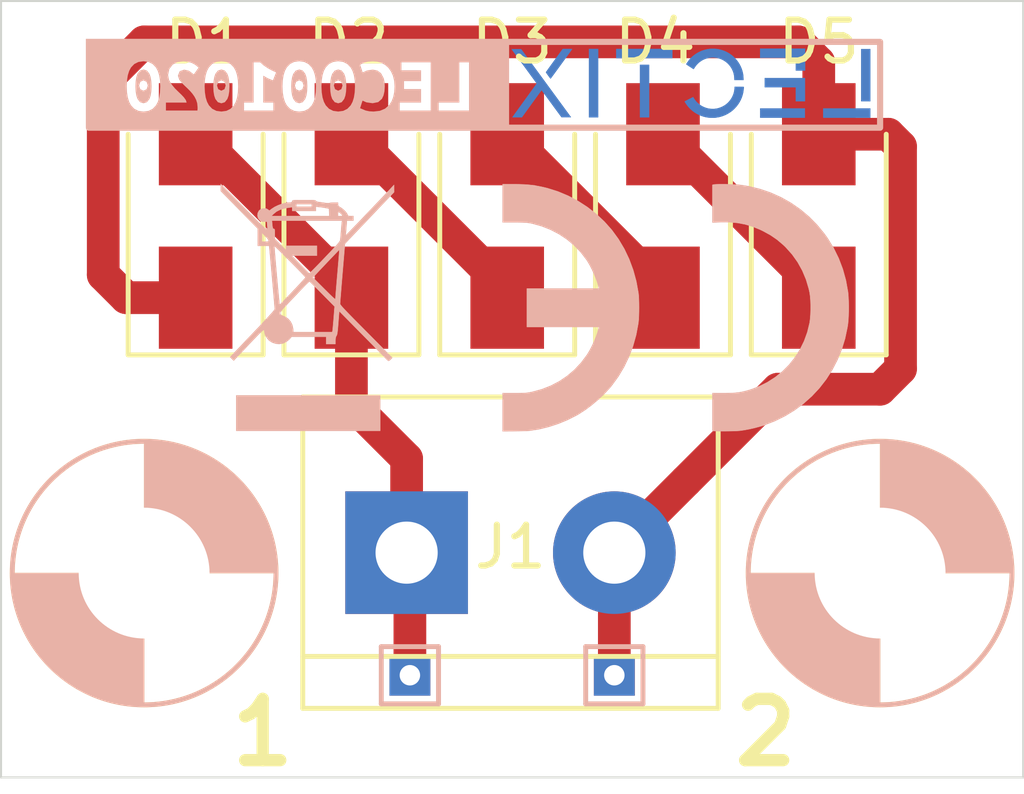
<source format=kicad_pcb>
(kicad_pcb (version 20211014) (generator pcbnew)
  (layers (0 "F.Cu" signal) (31 "B.Cu" signal) (34 "B.Paste" user) (35 "F.Paste" user) (36 "B.SilkS" user "B.Silkscreen") (37 "F.SilkS" user "F.Silkscreen") (38 "B.Mask" user) (39 "F.Mask" user) (44 "Edge.Cuts" user))
  (net 0 "")
  (net 1 "Net-(D1-Pad2)")
  (net 2 "Net-(D1-Pad1)")
  (net 3 "Net-(D2-Pad2)")
  (net 4 "Net-(D4-Pad2)")
  (net 5 "Net-(D3-Pad2)")
  (footprint "Diode_SMD:D_SMA" (layer "F.Cu") (at 142.5 78.26 90)
    (fp_text reference "D5" (at 4.26 0 180) (layer "F.SilkS"))
    (fp_text value "1N4007" hide)
    (pad "1" smd rect locked (at -2 0 90) (size 2.5 1.8) (layers "F.Cu" "F.Paste" "F.Mask") (net 4 "Net-(D4-Pad2)"))
    (pad "2" smd rect locked (at 2 0 90) (size 2.5 1.8) (layers "F.Cu" "F.Paste" "F.Mask") (net 2 "Net-(D1-Pad1)"))
  )
  (footprint "Diode_SMD:D_SMA" (layer "F.Cu") (at 138.69 78.26 90)
    (fp_text reference "D4" (at 4.26 -0.19 180) (layer "F.SilkS"))
    (fp_text value "1N4007" hide)
    (pad "1" smd rect locked (at -2 0 90) (size 2.5 1.8) (layers "F.Cu" "F.Paste" "F.Mask") (net 5 "Net-(D3-Pad2)"))
    (pad "2" smd rect locked (at 2 0 90) (size 2.5 1.8) (layers "F.Cu" "F.Paste" "F.Mask") (net 4 "Net-(D4-Pad2)"))
  )
  (footprint "Diode_SMD:D_SMA" (layer "F.Cu") (at 127.26 78.26 90)
    (fp_text reference "D1" (at 4.26 0.24 180) (layer "F.SilkS"))
    (fp_text value "1N4007" hide)
    (pad "1" smd rect locked (at -2 0 90) (size 2.5 1.8) (layers "F.Cu" "F.Paste" "F.Mask") (net 2 "Net-(D1-Pad1)"))
    (pad "2" smd rect locked (at 2 0 90) (size 2.5 1.8) (layers "F.Cu" "F.Paste" "F.Mask") (net 1 "Net-(D1-Pad2)"))
  )
  (footprint "Diode_SMD:D_SMA" (layer "F.Cu") (at 131.07 78.26 90)
    (fp_text reference "D2" (at 4.26 -0.07 180) (layer "F.SilkS"))
    (fp_text value "1N4007" hide)
    (pad "1" smd rect locked (at -2 0 90) (size 2.5 1.8) (layers "F.Cu" "F.Paste" "F.Mask") (net 1 "Net-(D1-Pad2)"))
    (pad "2" smd rect locked (at 2 0 90) (size 2.5 1.8) (layers "F.Cu" "F.Paste" "F.Mask") (net 3 "Net-(D2-Pad2)"))
  )
  (footprint "Diode_SMD:D_SMA" (layer "F.Cu") (at 134.88 78.26 90)
    (fp_text reference "D3" (at 4.26 0.12 180) (layer "F.SilkS"))
    (fp_text value "1N4007" hide)
    (pad "1" smd rect locked (at -2 0 90) (size 2.5 1.8) (layers "F.Cu" "F.Paste" "F.Mask") (net 3 "Net-(D2-Pad2)"))
    (pad "2" smd rect locked (at 2 0 90) (size 2.5 1.8) (layers "F.Cu" "F.Paste" "F.Mask") (net 5 "Net-(D3-Pad2)"))
  )
  (footprint "0_mechanical:MountingHole_3.2mm_M3" (layer "F.Cu") (at 144 87)
    (fp_text reference "H1" hide)
    (fp_text value "MountingHole" hide)
    (pad "" np_thru_hole circle locked (at 0 0) (size 3.2 3.2) (drill 3.2) (layers *.Cu *.Mask))
  )
  (footprint "0_mechanical:MountingHole_3.2mm_M3" (layer "F.Cu") (at 126 87)
    (fp_text reference "H2" hide)
    (fp_text value "MountingHole" hide)
    (pad "" np_thru_hole circle locked (at 0 0) (size 3.2 3.2) (drill 3.2) (layers *.Cu *.Mask))
  )
  (footprint "0_connectors:TerminalBlock_bornier-2_P5.08mm-blue" (layer "F.Cu") (at 132.42 86.5)
    (fp_text reference "J1" (at 2.54 -0.14) (layer "F.SilkS"))
    (fp_text value "Screw_Terminal_01x02_blue")
    (pad "1" thru_hole rect locked (at 0 0) (size 3 3) (drill 1.52) (layers *.Cu *.Mask) (net 1 "Net-(D1-Pad2)"))
    (pad "2" thru_hole circle locked (at 5.08 0) (size 3 3) (drill 1.52) (layers *.Cu *.Mask) (net 2 "Net-(D1-Pad1)"))
  )
  (footprint "TestPoint:TestPoint_THTPad_1.0x1.0mm_Drill0.5mm" (layer "B.Cu") (at 132.5 89.5)
    (fp_text reference "TP1" hide)
    (fp_text value "TestPoint" hide)
    (pad "1" thru_hole rect locked (at 0 0) (size 1 1) (drill 0.5) (layers *.Cu *.Mask) (net 1 "Net-(D1-Pad2)"))
  )
  (footprint "TestPoint:TestPoint_THTPad_1.0x1.0mm_Drill0.5mm" (layer "B.Cu") (at 137.5 89.5)
    (fp_text reference "TP2" hide)
    (fp_text value "TestPoint" hide)
    (pad "1" thru_hole rect locked (at 0 0) (size 1 1) (drill 0.5) (layers *.Cu *.Mask) (net 2 "Net-(D1-Pad1)"))
  )
  (footprint "Symbol:CE-Logo_8.5x6mm_SilkScreen" (layer "B.Cu") (at 139 80.5 180)
    (fp_text reference "REF**" hide)
    (fp_text value "CE-Logo_8.5x6mm_SilkScreen" hide)
  )
  (footprint "Symbol:WEEE-Logo_4.2x6mm_SilkScreen" (layer "B.Cu") (at 130 80.5 180)
    (fp_text reference "REF**" hide)
    (fp_text value "WEEE-Logo_4.2x6mm_SilkScreen" hide)
  )
  (footprint "0_logos:Logo_10mm" (layer "B.Cu") (at 139.5 75 180)
    (fp_text reference "LOGO1" hide)
    (fp_text value "logo_lectix_25mm" hide)
    (fp_poly (pts (xy -1.56718 -0.85344) (xy -2.65938 -0.85344) (xy -2.65938 -0.62992) (xy -1.56718 -0.62992) (xy -1.56718 -0.85344)) (layer "B.Cu") (width 0.01) (fill solid))
    (fp_poly (pts (xy -1.56718 0.61214) (xy -2.44094 0.61214) (xy -2.44094 0.29972) (xy -2.66446 0.29972) (xy -2.66446 0.83312) (xy -1.56718 0.83312) (xy -1.56718 0.61214)) (layer "B.Cu") (width 0.01) (fill solid))
    (fp_poly (pts (xy 4.376304 0.819908) (xy 4.39485 0.819812) (xy 4.508296 0.81915) (xy 4.202148 0.400817) (xy 4.172064 0.359702) (xy 4.142787 0.319675) (xy 4.114458 0.280931) (xy 4.087217 0.243662) (xy 4.061206 0.20806) (xy 4.036566 0.17432) (xy 4.013436 0.142634) (xy 3.991957 0.113194) (xy 3.972271 0.086194) (xy 3.954518 0.061828) (xy 3.938839 0.040287) (xy 3.925374 0.021764) (xy 3.914265 0.006454) (xy 3.905651 -0.005452) (xy 3.899674 -0.01376) (xy 3.896474 -0.018277) (xy 3.895946 -0.019087) (xy 3.897407 -0.021269) (xy 3.901707 -0.02737) (xy 3.908703 -0.037192) (xy 3.918256 -0.050541) (xy 3.930224 -0.06722) (xy 3.944465 -0.087032) (xy 3.960838 -0.109783) (xy 3.979202 -0.135275) (xy 3.999416 -0.163314) (xy 4.021337 -0.193701) (xy 4.044825 -0.226243) (xy 4.069739 -0.260742) (xy 4.095938 -0.297003) (xy 4.123279 -0.334829) (xy 4.151622 -0.374025) (xy 4.180825 -0.414395) (xy 4.192671 -0.430766) (xy 4.22219 -0.471564) (xy 4.250913 -0.511274) (xy 4.278699 -0.549701) (xy 4.305405 -0.586647) (xy 4.330889 -0.621916) (xy 4.35501 -0.65531) (xy 4.377626 -0.686635) (xy 4.398595 -0.715692) (xy 4.417775 -0.742285) (xy 4.435025 -0.766218) (xy 4.450202 -0.787293) (xy 4.463164 -0.805315) (xy 4.47377 -0.820086) (xy 4.481878 -0.831411) (xy 4.487346 -0.839091) (xy 4.490033 -0.842932) (xy 4.490296 -0.843347) (xy 4.488016 -0.843981) (xy 4.480822 -0.844522) (xy 4.468878 -0.844969) (xy 4.452349 -0.845317) (xy 4.4314 -0.845563) (xy 4.406196 -0.845703) (xy 4.377266 -0.845734) (xy 4.26339 -0.845649) (xy 4.02209 -0.51178) (xy 3.995526 -0.475037) (xy 3.969765 -0.439426) (xy 3.944965 -0.405163) (xy 3.921283 -0.372466) (xy 3.898876 -0.34155) (xy 3.877902 -0.312632) (xy 3.858517 -0.285929) (xy 3.84088 -0.261658) (xy 3.825147 -0.240034) (xy 3.811475 -0.221274) (xy 3.800023 -0.205596) (xy 3.790948 -0.193215) (xy 3.784406 -0.184347) (xy 3.780556 -0.179211) (xy 3.77952 -0.177933) (xy 3.777906 -0.17995) (xy 3.773455 -0.185854) (xy 3.766324 -0.195427) (xy 3.756674 -0.208455) (xy 3.744661 -0.224722) (xy 3.730447 -0.24401) (xy 3.714188 -0.266106) (xy 3.696044 -0.290791) (xy 3.676173 -0.317851) (xy 3.654734 -0.34707) (xy 3.631887 -0.378231) (xy 3.607789 -0.411119) (xy 3.5826 -0.445518) (xy 3.556477 -0.481211) (xy 3.53568 -0.509644) (xy 3.508925 -0.546214) (xy 3.482965 -0.581667) (xy 3.457961 -0.615786) (xy 3.434072 -0.648355) (xy 3.411458 -0.679156) (xy 3.390279 -0.707973) (xy 3.370693 -0.734589) (xy 3.352863 -0.758787) (xy 3.336946 -0.78035) (xy 3.323102 -0.799061) (xy 3.311493 -0.814704) (xy 3.302276 -0.827061) (xy 3.295613 -0.835916) (xy 3.291662 -0.841051) (xy 3.29057 -0.842335) (xy 3.287574 -0.842529) (xy 3.280025 -0.84268) (xy 3.26845 -0.842789) (xy 3.253375 -0.842853) (xy 3.235327 -0.84287) (xy 3.214833 -0.842839) (xy 3.192419 -0.842759) (xy 3.175648 -0.842672) (xy 3.063267 -0.84201) (xy 3.669225 -0.01397) (xy 3.711717 0.044093) (xy 3.753457 0.101122) (xy 3.794343 0.156981) (xy 3.834276 0.211531) (xy 3.873154 0.264637) (xy 3.910878 0.316161) (xy 3.947347 0.365964) (xy 3.982459 0.413911) (xy 4.016115 0.459864) (xy 4.048214 0.503686) (xy 4.078655 0.545239) (xy 4.107338 0.584386) (xy 4.134162 0.620989) (xy 4.159027 0.654913) (xy 4.181832 0.686019) (xy 4.202477 0.714169) (xy 4.22086 0.739228) (xy 4.236882 0.761057) (xy 4.250441 0.779519) (xy 4.261437 0.794478) (xy 4.269771 0.805795) (xy 4.27534 0.813333) (xy 4.278045 0.816956) (xy 4.278294 0.817272) (xy 4.280129 0.818064) (xy 4.284193 0.818708) (xy 4.29086 0.819211) (xy 4.300504 0.819582) (xy 4.313497 0.819829) (xy 4.330212 0.819961) (xy 4.351024 0.819984) (xy 4.376304 0.819908)) (layer "B.Cu") (width 0.01) (fill solid))
    (fp_poly (pts (xy -0.373791 0.828885) (xy -0.352051 0.828102) (xy -0.333524 0.826865) (xy -0.32512 0.825987) (xy -0.263464 0.815889) (xy -0.203518 0.801142) (xy -0.145498 0.78188) (xy -0.08962 0.75824) (xy -0.036099 0.730358) (xy 0.01485 0.698368) (xy 0.063012 0.662408) (xy 0.108171 0.622612) (xy 0.150111 0.579116) (xy 0.188617 0.532056) (xy 0.223475 0.481567) (xy 0.224753 0.479538) (xy 0.23095 0.469396) (xy 0.235873 0.460824) (xy 0.239032 0.454716) (xy 0.239933 0.451966) (xy 0.239927 0.451954) (xy 0.237616 0.450206) (xy 0.231584 0.446064) (xy 0.222376 0.439884) (xy 0.210541 0.432024) (xy 0.196627 0.422841) (xy 0.181181 0.412692) (xy 0.16475 0.401934) (xy 0.147883 0.390925) (xy 0.131127 0.380021) (xy 0.115029 0.369581) (xy 0.100138 0.359961) (xy 0.087 0.351518) (xy 0.076165 0.34461) (xy 0.068178 0.339593) (xy 0.063588 0.336826) (xy 0.062794 0.336416) (xy 0.059968 0.337282) (xy 0.055905 0.341905) (xy 0.050305 0.350661) (xy 0.047184 0.356086) (xy 0.030089 0.383572) (xy 0.009427 0.411998) (xy -0.013771 0.440148) (xy -0.038472 0.466803) (xy -0.063644 0.490746) (xy -0.07552 0.50086) (xy -0.116154 0.530828) (xy -0.159753 0.556873) (xy -0.205804 0.578774) (xy -0.253792 0.59631) (xy -0.303203 0.60926) (xy -0.343548 0.616187) (xy -0.365054 0.618232) (xy -0.389779 0.619278) (xy -0.41624 0.619363) (xy -0.442955 0.61852) (xy -0.468443 0.616786) (xy -0.491221 0.614196) (xy -0.502174 0.612397) (xy -0.552714 0.600392) (xy -0.601225 0.583901) (xy -0.647466 0.563143) (xy -0.691196 0.538334) (xy -0.732174 0.509692) (xy -0.770159 0.477434) (xy -0.80491 0.441777) (xy -0.836186 0.402938) (xy -0.863748 0.361136) (xy -0.887352 0.316587) (xy -0.90676 0.269508) (xy -0.916801 0.238379) (xy -0.927444 0.193948) (xy -0.934072 0.147895) (xy -0.936568 0.109855) (xy -0.937972 0.06858) (xy -1.158969 0.06858) (xy -1.157493 0.113665) (xy -1.153049 0.173235) (xy -1.143761 0.231781) (xy -1.129804 0.289055) (xy -1.111357 0.344808) (xy -1.088595 0.398794) (xy -1.061694 0.450761) (xy -1.030832 0.500463) (xy -0.996184 0.547651) (xy -0.957927 0.592077) (xy -0.916238 0.63349) (xy -0.871292 0.671645) (xy -0.823267 0.706291) (xy -0.772339 0.73718) (xy -0.718684 0.764064) (xy -0.6858 0.777954) (xy -0.632923 0.796535) (xy -0.578211 0.811237) (xy -0.520795 0.822284) (xy -0.50546 0.824566) (xy -0.489281 0.826312) (xy -0.469218 0.827661) (xy -0.446456 0.828601) (xy -0.422175 0.829125) (xy -0.397559 0.829223) (xy -0.373791 0.828885)) (layer "B.Cu") (width 0.01) (fill solid))
    (fp_poly (pts (xy -3.1115 -0.85344) (xy -4.25958 -0.85344) (xy -4.25958 -0.62992) (xy -3.1115 -0.62992) (xy -3.1115 -0.85344)) (layer "B.Cu") (width 0.01) (fill solid))
    (fp_poly (pts (xy 2.61874 -0.84582) (xy 2.39776 -0.84582) (xy 2.39776 0.8255) (xy 2.61874 0.8255) (xy 2.61874 -0.84582)) (layer "B.Cu") (width 0.01) (fill solid))
    (fp_poly (pts (xy -1.68148 -0.10922) (xy -2.44094 -0.10922) (xy -2.44094 -0.45212) (xy -2.66192 -0.45212) (xy -2.66192 0.1143) (xy -1.68148 0.1143) (xy -1.68148 -0.10922)) (layer "B.Cu") (width 0.01) (fill solid))
    (fp_poly (pts (xy 1.95072 0.60452) (xy 0.58166 0.60452) (xy 0.58166 0.8255) (xy 1.95072 0.8255) (xy 1.95072 0.60452)) (layer "B.Cu") (width 0.01) (fill solid))
    (fp_poly (pts (xy 3.260968 0.8255) (xy 3.466269 0.542956) (xy 3.490799 0.509165) (xy 3.514493 0.476463) (xy 3.53718 0.445091) (xy 3.558689 0.415286) (xy 3.578848 0.387289) (xy 3.597487 0.361337) (xy 3.614435 0.337671) (xy 3.62952 0.31653) (xy 3.642571 0.298152) (xy 3.653418 0.282777) (xy 3.661889 0.270644) (xy 3.667814 0.261991) (xy 3.671021 0.257058) (xy 3.67157 0.255979) (xy 3.670129 0.252999) (xy 3.666077 0.246561) (xy 3.659817 0.237221) (xy 3.651755 0.225539) (xy 3.642293 0.212072) (xy 3.631838 0.197378) (xy 3.620793 0.182016) (xy 3.609562 0.166543) (xy 3.598551 0.151517) (xy 3.588162 0.137496) (xy 3.578801 0.125038) (xy 3.570872 0.114702) (xy 3.564779 0.107045) (xy 3.560927 0.102625) (xy 3.55981 0.101753) (xy 3.558071 0.103777) (xy 3.553504 0.109705) (xy 3.546264 0.119329) (xy 3.536502 0.132439) (xy 3.524373 0.148826) (xy 3.510029 0.168281) (xy 3.493625 0.190595) (xy 3.475313 0.215558) (xy 3.455247 0.242963) (xy 3.433579 0.272598) (xy 3.410465 0.304257) (xy 3.386056 0.337728) (xy 3.360506 0.372804) (xy 3.333968 0.409276) (xy 3.306596 0.446933) (xy 3.29819 0.458507) (xy 3.270558 0.496555) (xy 3.243707 0.533532) (xy 3.217789 0.569228) (xy 3.19296 0.603428) (xy 3.169374 0.635919) (xy 3.147186 0.666489) (xy 3.126549 0.694925) (xy 3.107618 0.721015) (xy 3.090548 0.744544) (xy 3.075493 0.765301) (xy 3.062608 0.783073) (xy 3.052047 0.797646) (xy 3.043964 0.808808) (xy 3.038514 0.816346) (xy 3.035851 0.820048) (xy 3.035625 0.82037) (xy 3.034877 0.821583) (xy 3.034715 0.822588) (xy 3.035563 0.823405) (xy 3.037844 0.824053) (xy 3.041981 0.824551) (xy 3.048399 0.824919) (xy 3.057522 0.825177) (xy 3.069772 0.825345) (xy 3.085573 0.825441) (xy 3.105349 0.825486) (xy 3.129525 0.8255) (xy 3.146554 0.825501) (xy 3.260968 0.8255)) (layer "B.Cu") (width 0.01) (fill solid))
    (fp_poly (pts (xy -0.941598 -0.135255) (xy -0.93688 -0.184642) (xy -0.927286 -0.233391) (xy -0.913012 -0.281126) (xy -0.894257 -0.327472) (xy -0.871216 -0.372055) (xy -0.844087 -0.4145) (xy -0.813067 -0.454432) (xy -0.778352 -0.491476) (xy -0.74014 -0.525258) (xy -0.73406 -0.530066) (xy -0.693962 -0.558193) (xy -0.650655 -0.582754) (xy -0.604786 -0.603491) (xy -0.557001 -0.620147) (xy -0.507946 -0.632466) (xy -0.458267 -0.640191) (xy -0.456939 -0.640331) (xy -0.435583 -0.641812) (xy -0.410988 -0.642277) (xy -0.38483 -0.641784) (xy -0.358784 -0.640393) (xy -0.334525 -0.638161) (xy -0.31496 -0.635369) (xy -0.26458 -0.623968) (xy -0.215829 -0.608011) (xy -0.169027 -0.587722) (xy -0.124494 -0.563326) (xy -0.082553 -0.53505) (xy -0.043523 -0.503119) (xy -0.007725 -0.467757) (xy 0.024521 -0.429189) (xy 0.052893 -0.387642) (xy 0.063459 -0.36957) (xy 0.067764 -0.361866) (xy 0.070977 -0.356162) (xy 0.072419 -0.35366) (xy 0.072428 -0.353648) (xy 0.074718 -0.354589) (xy 0.080966 -0.357586) (xy 0.090622 -0.362356) (xy 0.103134 -0.368617) (xy 0.11795 -0.376087) (xy 0.134518 -0.384484) (xy 0.152288 -0.393526) (xy 0.170709 -0.40293) (xy 0.189227 -0.412414) (xy 0.207292 -0.421697) (xy 0.224353 -0.430496) (xy 0.239857 -0.43853) (xy 0.253254 -0.445515) (xy 0.263992 -0.45117) (xy 0.271519 -0.455212) (xy 0.275284 -0.45736) (xy 0.275579 -0.457574) (xy 0.276342 -0.459476) (xy 0.27565 -0.462864) (xy 0.273236 -0.468246) (xy 0.268829 -0.47613) (xy 0.262161 -0.487022) (xy 0.252963 -0.501432) (xy 0.249532 -0.50673) (xy 0.213745 -0.557247) (xy 0.174233 -0.604456) (xy 0.131253 -0.648181) (xy 0.085061 -0.688245) (xy 0.035915 -0.724473) (xy -0.015929 -0.75669) (xy -0.070214 -0.784719) (xy -0.126683 -0.808386) (xy -0.185078 -0.827513) (xy -0.238614 -0.840608) (xy -0.259549 -0.844715) (xy -0.278693 -0.847937) (xy -0.297214 -0.850387) (xy -0.316279 -0.852177) (xy -0.337056 -0.853419) (xy -0.360714 -0.854226) (xy -0.38481 -0.854665) (xy -0.403035 -0.85486) (xy -0.419929 -0.85496) (xy -0.434719 -0.854966) (xy -0.446633 -0.85488) (xy -0.454897 -0.854704) (xy -0.45847 -0.854485) (xy -0.464358 -0.853741) (xy -0.47369 -0.85263) (xy -0.484862 -0.851341) (xy -0.49022 -0.850735) (xy -0.545997 -0.842047) (xy -0.601993 -0.828574) (xy -0.657599 -0.810545) (xy -0.712206 -0.788188) (xy -0.765203 -0.761731) (xy -0.815981 -0.731401) (xy -0.82423 -0.725955) (xy -0.854202 -0.705098) (xy -0.880956 -0.684653) (xy -0.906058 -0.663317) (xy -0.931073 -0.63979) (xy -0.946282 -0.624501) (xy -0.98848 -0.577656) (xy -1.026384 -0.528179) (xy -1.059914 -0.476236) (xy -1.088986 -0.421994) (xy -1.113518 -0.365618) (xy -1.133426 -0.307274) (xy -1.148629 -0.247129) (xy -1.156813 -0.201477) (xy -1.15802 -0.192261) (xy -1.159423 -0.17981) (xy -1.160913 -0.165307) (xy -1.162382 -0.149937) (xy -1.163719 -0.134885) (xy -1.164815 -0.121334) (xy -1.165562 -0.11047) (xy -1.16585 -0.103505) (xy -1.163398 -0.103107) (xy -1.156379 -0.102738) (xy -1.145308 -0.102405) (xy -1.130696 -0.102119) (xy -1.113059 -0.101886) (xy -1.092909 -0.101717) (xy -1.070759 -0.10162) (xy -1.054481 -0.1016) (xy -0.943101 -0.1016) (xy -0.941598 -0.135255)) (layer "B.Cu") (width 0.01) (fill solid))
    (fp_poly (pts (xy 1.3716 -0.84582) (xy 1.15062 -0.84582) (xy 1.15062 0.43688) (xy 1.3716 0.43688) (xy 1.3716 -0.84582)) (layer "B.Cu") (width 0.01) (fill solid))
    (fp_poly (pts (xy -4.0386 -0.45212) (xy -4.25958 -0.45212) (xy -4.25958 0.82296) (xy -4.0386 0.82296) (xy -4.0386 -0.45212)) (layer "B.Cu") (width 0.01) (fill solid))
  )
  (footprint "kibuzzard-62971ED3" (layer "B.Cu") (at 129.8 75.05 180)
    (fp_text reference "kibuzzard-62971ED3" hide)
    (fp_text value "G***" hide)
  )
  (gr_rect (start 124.65 74) (end 144 76.1) (layer "B.SilkS") (width 0.15) (fill none))
  (gr_line (start 122.5 73) (end 122.5 92) (layer "Edge.Cuts") (width 0.05))
  (gr_line (start 122.5 92) (end 147.5 92) (layer "Edge.Cuts") (width 0.05))
  (gr_line (start 147.5 73) (end 122.5 73) (layer "Edge.Cuts") (width 0.05))
  (gr_line (start 147.5 92) (end 147.5 73) (layer "Edge.Cuts") (width 0.05))
  (gr_text "2" (at 141.2 90.9) (layer "F.SilkS") (effects (font (size 1.5 1.5) (thickness 0.3))))
  (gr_text "1\n" (at 128.9 90.9) (layer "F.SilkS") (effects (font (size 1.5 1.5) (thickness 0.3))))
  (segment (start 131.07 80.26) (end 131.07 80.07) (width 0.8) (layer "F.Cu") (net 1))
  (segment (start 132.42 84.2) (end 131.07 82.85) (width 0.8) (layer "F.Cu") (net 1))
  (segment (start 131.07 82.85) (end 131.07 80.26) (width 0.8) (layer "F.Cu") (net 1))
  (segment (start 131.07 80.07) (end 127.26 76.26) (width 0.8) (layer "F.Cu") (net 1))
  (segment (start 132.5 86.58) (end 132.42 86.5) (width 0.8) (layer "F.Cu") (net 1))
  (segment (start 132.42 86.5) (end 132.42 84.2) (width 0.8) (layer "F.Cu") (net 1))
  (segment (start 132.5 89.5) (end 132.5 86.58) (width 0.8) (layer "F.Cu") (net 1))
  (segment (start 125.56 80.26) (end 125 79.7) (width 0.8) (layer "F.Cu") (net 2))
  (segment (start 142.5 74.5) (end 142.5 76.26) (width 0.8) (layer "F.Cu") (net 2))
  (segment (start 144.5 76.56) (end 144.5 82) (width 0.8) (layer "F.Cu") (net 2))
  (segment (start 137.5 89.5) (end 137.5 86.5) (width 0.8) (layer "F.Cu") (net 2))
  (segment (start 142.5 76.26) (end 144.2 76.26) (width 0.8) (layer "F.Cu") (net 2))
  (segment (start 139.25 84.75) (end 137.5 86.5) (width 0.8) (layer "F.Cu") (net 2))
  (segment (start 125 75) (end 126 74) (width 0.8) (layer "F.Cu") (net 2))
  (segment (start 144.2 76.26) (end 144.5 76.56) (width 0.8) (layer "F.Cu") (net 2))
  (segment (start 125 79.7) (end 125 75) (width 0.8) (layer "F.Cu") (net 2))
  (segment (start 126 74) (end 142 74) (width 0.8) (layer "F.Cu") (net 2))
  (segment (start 144 82.5) (end 141.5 82.5) (width 0.8) (layer "F.Cu") (net 2))
  (segment (start 141.5 82.5) (end 139.25 84.75) (width 0.8) (layer "F.Cu") (net 2))
  (segment (start 127.26 80.26) (end 125.56 80.26) (width 0.8) (layer "F.Cu") (net 2))
  (segment (start 142 74) (end 142.5 74.5) (width 0.8) (layer "F.Cu") (net 2))
  (segment (start 144.5 82) (end 144 82.5) (width 0.8) (layer "F.Cu") (net 2))
  (segment (start 134.88 80.26) (end 134.88 80.07) (width 0.8) (layer "F.Cu") (net 3))
  (segment (start 134.88 80.07) (end 131.07 76.26) (width 0.8) (layer "F.Cu") (net 3))
  (segment (start 142.5 80.26) (end 142.5 80.07) (width 0.8) (layer "F.Cu") (net 4))
  (segment (start 142.5 80.07) (end 138.69 76.26) (width 0.8) (layer "F.Cu") (net 4))
  (segment (start 138.69 80.07) (end 134.88 76.26) (width 0.8) (layer "F.Cu") (net 5))
  (segment (start 138.69 80.26) (end 138.69 80.07) (width 0.8) (layer "F.Cu") (net 5))
)
</source>
